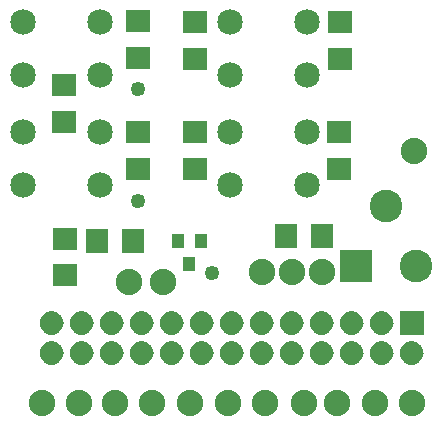
<source format=gbs>
G04 MADE WITH FRITZING*
G04 WWW.FRITZING.ORG*
G04 DOUBLE SIDED*
G04 HOLES PLATED*
G04 CONTOUR ON CENTER OF CONTOUR VECTOR*
%ASAXBY*%
%FSLAX23Y23*%
%MOIN*%
%OFA0B0*%
%SFA1.0B1.0*%
%ADD10C,0.085000*%
%ADD11C,0.049370*%
%ADD12C,0.088000*%
%ADD13C,0.109000*%
%ADD14R,0.084803X0.072992*%
%ADD15R,0.072992X0.084803*%
%ADD16R,0.041496X0.045433*%
%ADD17R,0.109000X0.109000*%
%ADD18R,0.080000X0.080000*%
%ADD19R,0.001000X0.001000*%
%LNMASK0*%
G90*
G70*
G54D10*
X315Y968D03*
X59Y968D03*
X315Y790D03*
X59Y790D03*
X315Y968D03*
X59Y968D03*
X315Y790D03*
X59Y790D03*
X315Y1334D03*
X59Y1334D03*
X315Y1157D03*
X59Y1157D03*
X315Y1334D03*
X59Y1334D03*
X315Y1157D03*
X59Y1157D03*
G54D11*
X441Y738D03*
X689Y499D03*
X440Y1110D03*
G54D12*
X866Y66D03*
X122Y66D03*
X740Y66D03*
X410Y468D03*
X524Y468D03*
X366Y66D03*
X244Y66D03*
X1362Y905D03*
X1354Y66D03*
X1106Y66D03*
X488Y66D03*
X1232Y66D03*
X996Y66D03*
X614Y66D03*
G54D13*
X1369Y523D03*
X1169Y523D03*
X1269Y723D03*
G54D10*
X1004Y968D03*
X748Y968D03*
X1004Y790D03*
X748Y790D03*
X1004Y968D03*
X748Y968D03*
X1004Y790D03*
X748Y790D03*
X1004Y1334D03*
X748Y1334D03*
X1004Y1157D03*
X748Y1157D03*
X1004Y1334D03*
X748Y1334D03*
X1004Y1157D03*
X748Y1157D03*
G54D12*
X1055Y503D03*
X955Y503D03*
X855Y503D03*
G54D14*
X193Y1125D03*
X193Y1003D03*
X441Y1338D03*
X441Y1216D03*
X630Y968D03*
X630Y846D03*
X1110Y846D03*
X1110Y968D03*
X1114Y1212D03*
X1114Y1334D03*
X630Y1334D03*
X630Y1212D03*
X441Y846D03*
X441Y968D03*
X197Y613D03*
X197Y491D03*
G54D15*
X425Y605D03*
X303Y605D03*
G54D16*
X575Y605D03*
X650Y605D03*
X612Y527D03*
G54D15*
X1055Y621D03*
X933Y621D03*
G54D17*
X1169Y523D03*
G54D18*
X1354Y330D03*
G54D19*
X151Y371D02*
X155Y371D01*
X251Y371D02*
X255Y371D01*
X351Y371D02*
X355Y371D01*
X451Y371D02*
X455Y371D01*
X551Y371D02*
X555Y371D01*
X651Y371D02*
X655Y371D01*
X751Y371D02*
X755Y371D01*
X851Y371D02*
X855Y371D01*
X951Y371D02*
X955Y371D01*
X1051Y371D02*
X1055Y371D01*
X1151Y371D02*
X1155Y371D01*
X1251Y371D02*
X1255Y371D01*
X1351Y371D02*
X1355Y371D01*
X145Y370D02*
X161Y370D01*
X245Y370D02*
X261Y370D01*
X345Y370D02*
X361Y370D01*
X445Y370D02*
X461Y370D01*
X545Y370D02*
X561Y370D01*
X645Y370D02*
X661Y370D01*
X745Y370D02*
X761Y370D01*
X845Y370D02*
X861Y370D01*
X945Y370D02*
X961Y370D01*
X1045Y370D02*
X1061Y370D01*
X1145Y370D02*
X1161Y370D01*
X1245Y370D02*
X1261Y370D01*
X1345Y370D02*
X1361Y370D01*
X142Y369D02*
X164Y369D01*
X242Y369D02*
X264Y369D01*
X342Y369D02*
X364Y369D01*
X442Y369D02*
X464Y369D01*
X542Y369D02*
X564Y369D01*
X642Y369D02*
X664Y369D01*
X742Y369D02*
X764Y369D01*
X842Y369D02*
X864Y369D01*
X942Y369D02*
X964Y369D01*
X1042Y369D02*
X1064Y369D01*
X1142Y369D02*
X1164Y369D01*
X1242Y369D02*
X1264Y369D01*
X1342Y369D02*
X1364Y369D01*
X140Y368D02*
X167Y368D01*
X240Y368D02*
X267Y368D01*
X340Y368D02*
X367Y368D01*
X440Y368D02*
X467Y368D01*
X540Y368D02*
X567Y368D01*
X640Y368D02*
X667Y368D01*
X740Y368D02*
X767Y368D01*
X840Y368D02*
X867Y368D01*
X940Y368D02*
X967Y368D01*
X1040Y368D02*
X1067Y368D01*
X1140Y368D02*
X1167Y368D01*
X1240Y368D02*
X1267Y368D01*
X1340Y368D02*
X1367Y368D01*
X138Y367D02*
X169Y367D01*
X238Y367D02*
X269Y367D01*
X338Y367D02*
X369Y367D01*
X438Y367D02*
X469Y367D01*
X538Y367D02*
X569Y367D01*
X637Y367D02*
X669Y367D01*
X737Y367D02*
X769Y367D01*
X837Y367D02*
X869Y367D01*
X937Y367D02*
X969Y367D01*
X1037Y367D02*
X1069Y367D01*
X1137Y367D02*
X1169Y367D01*
X1237Y367D02*
X1269Y367D01*
X1337Y367D02*
X1369Y367D01*
X136Y366D02*
X171Y366D01*
X236Y366D02*
X271Y366D01*
X336Y366D02*
X371Y366D01*
X436Y366D02*
X471Y366D01*
X536Y366D02*
X571Y366D01*
X636Y366D02*
X671Y366D01*
X736Y366D02*
X771Y366D01*
X836Y366D02*
X871Y366D01*
X936Y366D02*
X971Y366D01*
X1036Y366D02*
X1070Y366D01*
X1136Y366D02*
X1170Y366D01*
X1236Y366D02*
X1270Y366D01*
X1336Y366D02*
X1370Y366D01*
X134Y365D02*
X172Y365D01*
X234Y365D02*
X272Y365D01*
X334Y365D02*
X372Y365D01*
X434Y365D02*
X472Y365D01*
X534Y365D02*
X572Y365D01*
X634Y365D02*
X672Y365D01*
X734Y365D02*
X772Y365D01*
X834Y365D02*
X872Y365D01*
X934Y365D02*
X972Y365D01*
X1034Y365D02*
X1072Y365D01*
X1134Y365D02*
X1172Y365D01*
X1234Y365D02*
X1272Y365D01*
X1334Y365D02*
X1372Y365D01*
X133Y364D02*
X174Y364D01*
X233Y364D02*
X274Y364D01*
X333Y364D02*
X374Y364D01*
X433Y364D02*
X474Y364D01*
X533Y364D02*
X574Y364D01*
X633Y364D02*
X674Y364D01*
X733Y364D02*
X774Y364D01*
X832Y364D02*
X874Y364D01*
X932Y364D02*
X974Y364D01*
X1032Y364D02*
X1074Y364D01*
X1132Y364D02*
X1174Y364D01*
X1232Y364D02*
X1274Y364D01*
X1332Y364D02*
X1374Y364D01*
X131Y363D02*
X175Y363D01*
X231Y363D02*
X275Y363D01*
X331Y363D02*
X375Y363D01*
X431Y363D02*
X475Y363D01*
X531Y363D02*
X575Y363D01*
X631Y363D02*
X675Y363D01*
X731Y363D02*
X775Y363D01*
X831Y363D02*
X875Y363D01*
X931Y363D02*
X975Y363D01*
X1031Y363D02*
X1075Y363D01*
X1131Y363D02*
X1175Y363D01*
X1231Y363D02*
X1275Y363D01*
X1331Y363D02*
X1375Y363D01*
X130Y362D02*
X176Y362D01*
X230Y362D02*
X276Y362D01*
X330Y362D02*
X376Y362D01*
X430Y362D02*
X476Y362D01*
X530Y362D02*
X576Y362D01*
X630Y362D02*
X676Y362D01*
X730Y362D02*
X776Y362D01*
X830Y362D02*
X876Y362D01*
X930Y362D02*
X976Y362D01*
X1030Y362D02*
X1076Y362D01*
X1130Y362D02*
X1176Y362D01*
X1230Y362D02*
X1276Y362D01*
X1330Y362D02*
X1376Y362D01*
X129Y361D02*
X178Y361D01*
X229Y361D02*
X278Y361D01*
X329Y361D02*
X378Y361D01*
X429Y361D02*
X478Y361D01*
X529Y361D02*
X578Y361D01*
X629Y361D02*
X678Y361D01*
X729Y361D02*
X778Y361D01*
X829Y361D02*
X878Y361D01*
X929Y361D02*
X978Y361D01*
X1029Y361D02*
X1078Y361D01*
X1129Y361D02*
X1178Y361D01*
X1229Y361D02*
X1277Y361D01*
X1329Y361D02*
X1377Y361D01*
X128Y360D02*
X179Y360D01*
X228Y360D02*
X279Y360D01*
X328Y360D02*
X379Y360D01*
X428Y360D02*
X479Y360D01*
X528Y360D02*
X579Y360D01*
X628Y360D02*
X679Y360D01*
X728Y360D02*
X779Y360D01*
X827Y360D02*
X879Y360D01*
X927Y360D02*
X979Y360D01*
X1027Y360D02*
X1079Y360D01*
X1127Y360D02*
X1179Y360D01*
X1227Y360D02*
X1279Y360D01*
X1327Y360D02*
X1379Y360D01*
X127Y359D02*
X180Y359D01*
X227Y359D02*
X280Y359D01*
X326Y359D02*
X380Y359D01*
X426Y359D02*
X480Y359D01*
X526Y359D02*
X580Y359D01*
X626Y359D02*
X680Y359D01*
X726Y359D02*
X780Y359D01*
X826Y359D02*
X880Y359D01*
X926Y359D02*
X980Y359D01*
X1026Y359D02*
X1080Y359D01*
X1126Y359D02*
X1180Y359D01*
X1226Y359D02*
X1280Y359D01*
X1326Y359D02*
X1380Y359D01*
X126Y358D02*
X181Y358D01*
X226Y358D02*
X281Y358D01*
X325Y358D02*
X381Y358D01*
X425Y358D02*
X481Y358D01*
X525Y358D02*
X581Y358D01*
X625Y358D02*
X681Y358D01*
X725Y358D02*
X781Y358D01*
X825Y358D02*
X881Y358D01*
X925Y358D02*
X981Y358D01*
X1025Y358D02*
X1081Y358D01*
X1125Y358D02*
X1181Y358D01*
X1225Y358D02*
X1281Y358D01*
X1325Y358D02*
X1381Y358D01*
X125Y357D02*
X182Y357D01*
X225Y357D02*
X282Y357D01*
X325Y357D02*
X382Y357D01*
X425Y357D02*
X482Y357D01*
X525Y357D02*
X582Y357D01*
X625Y357D02*
X682Y357D01*
X725Y357D02*
X782Y357D01*
X825Y357D02*
X882Y357D01*
X925Y357D02*
X982Y357D01*
X1024Y357D02*
X1082Y357D01*
X1124Y357D02*
X1182Y357D01*
X1224Y357D02*
X1282Y357D01*
X1324Y357D02*
X1382Y357D01*
X124Y356D02*
X183Y356D01*
X224Y356D02*
X283Y356D01*
X324Y356D02*
X383Y356D01*
X424Y356D02*
X483Y356D01*
X524Y356D02*
X583Y356D01*
X624Y356D02*
X683Y356D01*
X724Y356D02*
X783Y356D01*
X824Y356D02*
X883Y356D01*
X924Y356D02*
X983Y356D01*
X1024Y356D02*
X1083Y356D01*
X1124Y356D02*
X1182Y356D01*
X1224Y356D02*
X1282Y356D01*
X1324Y356D02*
X1382Y356D01*
X123Y355D02*
X183Y355D01*
X223Y355D02*
X283Y355D01*
X323Y355D02*
X383Y355D01*
X423Y355D02*
X483Y355D01*
X523Y355D02*
X583Y355D01*
X623Y355D02*
X683Y355D01*
X723Y355D02*
X783Y355D01*
X823Y355D02*
X883Y355D01*
X923Y355D02*
X983Y355D01*
X1023Y355D02*
X1083Y355D01*
X1123Y355D02*
X1183Y355D01*
X1223Y355D02*
X1283Y355D01*
X1323Y355D02*
X1383Y355D01*
X122Y354D02*
X184Y354D01*
X222Y354D02*
X284Y354D01*
X322Y354D02*
X384Y354D01*
X422Y354D02*
X484Y354D01*
X522Y354D02*
X584Y354D01*
X622Y354D02*
X684Y354D01*
X722Y354D02*
X784Y354D01*
X822Y354D02*
X884Y354D01*
X922Y354D02*
X984Y354D01*
X1022Y354D02*
X1084Y354D01*
X1122Y354D02*
X1184Y354D01*
X1222Y354D02*
X1284Y354D01*
X1322Y354D02*
X1384Y354D01*
X121Y353D02*
X185Y353D01*
X221Y353D02*
X285Y353D01*
X321Y353D02*
X385Y353D01*
X421Y353D02*
X485Y353D01*
X521Y353D02*
X585Y353D01*
X621Y353D02*
X685Y353D01*
X721Y353D02*
X785Y353D01*
X821Y353D02*
X885Y353D01*
X921Y353D02*
X985Y353D01*
X1021Y353D02*
X1085Y353D01*
X1121Y353D02*
X1185Y353D01*
X1221Y353D02*
X1285Y353D01*
X1321Y353D02*
X1385Y353D01*
X121Y352D02*
X186Y352D01*
X221Y352D02*
X286Y352D01*
X321Y352D02*
X386Y352D01*
X421Y352D02*
X486Y352D01*
X521Y352D02*
X586Y352D01*
X621Y352D02*
X686Y352D01*
X721Y352D02*
X786Y352D01*
X821Y352D02*
X886Y352D01*
X921Y352D02*
X986Y352D01*
X1021Y352D02*
X1086Y352D01*
X1121Y352D02*
X1186Y352D01*
X1221Y352D02*
X1286Y352D01*
X1321Y352D02*
X1386Y352D01*
X120Y351D02*
X186Y351D01*
X220Y351D02*
X286Y351D01*
X320Y351D02*
X386Y351D01*
X420Y351D02*
X486Y351D01*
X520Y351D02*
X586Y351D01*
X620Y351D02*
X686Y351D01*
X720Y351D02*
X786Y351D01*
X820Y351D02*
X886Y351D01*
X920Y351D02*
X986Y351D01*
X1020Y351D02*
X1086Y351D01*
X1120Y351D02*
X1186Y351D01*
X1220Y351D02*
X1286Y351D01*
X1320Y351D02*
X1386Y351D01*
X119Y350D02*
X187Y350D01*
X219Y350D02*
X287Y350D01*
X319Y350D02*
X387Y350D01*
X419Y350D02*
X487Y350D01*
X519Y350D02*
X587Y350D01*
X619Y350D02*
X687Y350D01*
X719Y350D02*
X787Y350D01*
X819Y350D02*
X887Y350D01*
X919Y350D02*
X987Y350D01*
X1019Y350D02*
X1087Y350D01*
X1119Y350D02*
X1187Y350D01*
X1219Y350D02*
X1287Y350D01*
X1319Y350D02*
X1387Y350D01*
X119Y349D02*
X188Y349D01*
X219Y349D02*
X288Y349D01*
X319Y349D02*
X388Y349D01*
X419Y349D02*
X488Y349D01*
X519Y349D02*
X588Y349D01*
X619Y349D02*
X688Y349D01*
X719Y349D02*
X788Y349D01*
X819Y349D02*
X887Y349D01*
X919Y349D02*
X987Y349D01*
X1019Y349D02*
X1087Y349D01*
X1119Y349D02*
X1187Y349D01*
X1219Y349D02*
X1287Y349D01*
X1319Y349D02*
X1387Y349D01*
X118Y348D02*
X188Y348D01*
X218Y348D02*
X288Y348D01*
X318Y348D02*
X388Y348D01*
X418Y348D02*
X488Y348D01*
X518Y348D02*
X588Y348D01*
X618Y348D02*
X688Y348D01*
X718Y348D02*
X788Y348D01*
X818Y348D02*
X888Y348D01*
X918Y348D02*
X988Y348D01*
X1018Y348D02*
X1088Y348D01*
X1118Y348D02*
X1188Y348D01*
X1218Y348D02*
X1288Y348D01*
X1318Y348D02*
X1388Y348D01*
X118Y347D02*
X189Y347D01*
X218Y347D02*
X289Y347D01*
X318Y347D02*
X389Y347D01*
X418Y347D02*
X489Y347D01*
X518Y347D02*
X589Y347D01*
X618Y347D02*
X689Y347D01*
X718Y347D02*
X789Y347D01*
X818Y347D02*
X889Y347D01*
X918Y347D02*
X989Y347D01*
X1018Y347D02*
X1089Y347D01*
X1118Y347D02*
X1189Y347D01*
X1218Y347D02*
X1289Y347D01*
X1318Y347D02*
X1389Y347D01*
X117Y346D02*
X189Y346D01*
X217Y346D02*
X289Y346D01*
X317Y346D02*
X389Y346D01*
X417Y346D02*
X489Y346D01*
X517Y346D02*
X589Y346D01*
X617Y346D02*
X689Y346D01*
X717Y346D02*
X789Y346D01*
X817Y346D02*
X889Y346D01*
X917Y346D02*
X989Y346D01*
X1017Y346D02*
X1089Y346D01*
X1117Y346D02*
X1189Y346D01*
X1217Y346D02*
X1289Y346D01*
X1317Y346D02*
X1389Y346D01*
X117Y345D02*
X190Y345D01*
X217Y345D02*
X290Y345D01*
X317Y345D02*
X390Y345D01*
X417Y345D02*
X490Y345D01*
X517Y345D02*
X590Y345D01*
X617Y345D02*
X690Y345D01*
X717Y345D02*
X790Y345D01*
X817Y345D02*
X890Y345D01*
X917Y345D02*
X989Y345D01*
X1017Y345D02*
X1089Y345D01*
X1117Y345D02*
X1189Y345D01*
X1217Y345D02*
X1289Y345D01*
X1317Y345D02*
X1389Y345D01*
X116Y344D02*
X190Y344D01*
X216Y344D02*
X290Y344D01*
X316Y344D02*
X390Y344D01*
X416Y344D02*
X490Y344D01*
X516Y344D02*
X590Y344D01*
X616Y344D02*
X690Y344D01*
X716Y344D02*
X790Y344D01*
X816Y344D02*
X890Y344D01*
X916Y344D02*
X990Y344D01*
X1016Y344D02*
X1090Y344D01*
X1116Y344D02*
X1190Y344D01*
X1216Y344D02*
X1290Y344D01*
X1316Y344D02*
X1390Y344D01*
X116Y343D02*
X190Y343D01*
X216Y343D02*
X290Y343D01*
X316Y343D02*
X390Y343D01*
X416Y343D02*
X490Y343D01*
X516Y343D02*
X590Y343D01*
X616Y343D02*
X690Y343D01*
X716Y343D02*
X790Y343D01*
X816Y343D02*
X890Y343D01*
X916Y343D02*
X990Y343D01*
X1016Y343D02*
X1090Y343D01*
X1116Y343D02*
X1190Y343D01*
X1216Y343D02*
X1290Y343D01*
X1316Y343D02*
X1390Y343D01*
X116Y342D02*
X191Y342D01*
X216Y342D02*
X291Y342D01*
X316Y342D02*
X391Y342D01*
X416Y342D02*
X491Y342D01*
X515Y342D02*
X591Y342D01*
X615Y342D02*
X691Y342D01*
X715Y342D02*
X791Y342D01*
X815Y342D02*
X891Y342D01*
X915Y342D02*
X991Y342D01*
X1015Y342D02*
X1091Y342D01*
X1115Y342D02*
X1191Y342D01*
X1215Y342D02*
X1291Y342D01*
X1315Y342D02*
X1391Y342D01*
X115Y341D02*
X191Y341D01*
X215Y341D02*
X291Y341D01*
X315Y341D02*
X391Y341D01*
X415Y341D02*
X491Y341D01*
X515Y341D02*
X591Y341D01*
X615Y341D02*
X691Y341D01*
X715Y341D02*
X791Y341D01*
X815Y341D02*
X891Y341D01*
X915Y341D02*
X991Y341D01*
X1015Y341D02*
X1091Y341D01*
X1115Y341D02*
X1191Y341D01*
X1215Y341D02*
X1291Y341D01*
X1315Y341D02*
X1391Y341D01*
X115Y340D02*
X191Y340D01*
X215Y340D02*
X291Y340D01*
X315Y340D02*
X391Y340D01*
X415Y340D02*
X491Y340D01*
X515Y340D02*
X591Y340D01*
X615Y340D02*
X691Y340D01*
X715Y340D02*
X791Y340D01*
X815Y340D02*
X891Y340D01*
X915Y340D02*
X991Y340D01*
X1015Y340D02*
X1091Y340D01*
X1115Y340D02*
X1191Y340D01*
X1215Y340D02*
X1291Y340D01*
X1315Y340D02*
X1391Y340D01*
X115Y339D02*
X192Y339D01*
X215Y339D02*
X292Y339D01*
X315Y339D02*
X392Y339D01*
X415Y339D02*
X492Y339D01*
X515Y339D02*
X592Y339D01*
X615Y339D02*
X692Y339D01*
X715Y339D02*
X792Y339D01*
X815Y339D02*
X892Y339D01*
X915Y339D02*
X992Y339D01*
X1015Y339D02*
X1092Y339D01*
X1115Y339D02*
X1192Y339D01*
X1215Y339D02*
X1292Y339D01*
X1315Y339D02*
X1392Y339D01*
X114Y338D02*
X192Y338D01*
X214Y338D02*
X292Y338D01*
X314Y338D02*
X392Y338D01*
X414Y338D02*
X492Y338D01*
X514Y338D02*
X592Y338D01*
X614Y338D02*
X692Y338D01*
X714Y338D02*
X792Y338D01*
X814Y338D02*
X892Y338D01*
X914Y338D02*
X992Y338D01*
X1014Y338D02*
X1092Y338D01*
X1114Y338D02*
X1192Y338D01*
X1214Y338D02*
X1292Y338D01*
X1314Y338D02*
X1392Y338D01*
X114Y337D02*
X192Y337D01*
X214Y337D02*
X292Y337D01*
X314Y337D02*
X392Y337D01*
X414Y337D02*
X492Y337D01*
X514Y337D02*
X592Y337D01*
X614Y337D02*
X692Y337D01*
X714Y337D02*
X792Y337D01*
X814Y337D02*
X892Y337D01*
X914Y337D02*
X992Y337D01*
X1014Y337D02*
X1092Y337D01*
X1114Y337D02*
X1192Y337D01*
X1214Y337D02*
X1292Y337D01*
X1314Y337D02*
X1392Y337D01*
X114Y336D02*
X192Y336D01*
X214Y336D02*
X292Y336D01*
X314Y336D02*
X392Y336D01*
X414Y336D02*
X492Y336D01*
X514Y336D02*
X592Y336D01*
X614Y336D02*
X692Y336D01*
X714Y336D02*
X792Y336D01*
X814Y336D02*
X892Y336D01*
X914Y336D02*
X992Y336D01*
X1014Y336D02*
X1092Y336D01*
X1114Y336D02*
X1192Y336D01*
X1214Y336D02*
X1292Y336D01*
X1314Y336D02*
X1392Y336D01*
X114Y335D02*
X192Y335D01*
X214Y335D02*
X292Y335D01*
X314Y335D02*
X392Y335D01*
X414Y335D02*
X492Y335D01*
X514Y335D02*
X592Y335D01*
X614Y335D02*
X692Y335D01*
X714Y335D02*
X792Y335D01*
X814Y335D02*
X892Y335D01*
X914Y335D02*
X992Y335D01*
X1014Y335D02*
X1092Y335D01*
X1114Y335D02*
X1192Y335D01*
X1214Y335D02*
X1292Y335D01*
X1314Y335D02*
X1392Y335D01*
X114Y334D02*
X193Y334D01*
X214Y334D02*
X292Y334D01*
X314Y334D02*
X392Y334D01*
X414Y334D02*
X492Y334D01*
X514Y334D02*
X592Y334D01*
X614Y334D02*
X692Y334D01*
X714Y334D02*
X792Y334D01*
X814Y334D02*
X892Y334D01*
X914Y334D02*
X992Y334D01*
X1014Y334D02*
X1092Y334D01*
X1114Y334D02*
X1192Y334D01*
X1214Y334D02*
X1292Y334D01*
X1314Y334D02*
X1392Y334D01*
X114Y333D02*
X193Y333D01*
X214Y333D02*
X293Y333D01*
X314Y333D02*
X393Y333D01*
X414Y333D02*
X493Y333D01*
X514Y333D02*
X593Y333D01*
X614Y333D02*
X693Y333D01*
X714Y333D02*
X793Y333D01*
X814Y333D02*
X893Y333D01*
X914Y333D02*
X993Y333D01*
X1014Y333D02*
X1093Y333D01*
X1114Y333D02*
X1192Y333D01*
X1214Y333D02*
X1292Y333D01*
X1314Y333D02*
X1392Y333D01*
X114Y332D02*
X193Y332D01*
X214Y332D02*
X293Y332D01*
X314Y332D02*
X393Y332D01*
X414Y332D02*
X493Y332D01*
X514Y332D02*
X593Y332D01*
X614Y332D02*
X693Y332D01*
X714Y332D02*
X793Y332D01*
X814Y332D02*
X893Y332D01*
X914Y332D02*
X993Y332D01*
X1014Y332D02*
X1093Y332D01*
X1114Y332D02*
X1193Y332D01*
X1214Y332D02*
X1293Y332D01*
X1314Y332D02*
X1393Y332D01*
X114Y331D02*
X193Y331D01*
X214Y331D02*
X293Y331D01*
X314Y331D02*
X393Y331D01*
X414Y331D02*
X493Y331D01*
X514Y331D02*
X593Y331D01*
X614Y331D02*
X693Y331D01*
X714Y331D02*
X793Y331D01*
X814Y331D02*
X893Y331D01*
X914Y331D02*
X993Y331D01*
X1014Y331D02*
X1093Y331D01*
X1114Y331D02*
X1193Y331D01*
X1214Y331D02*
X1293Y331D01*
X1314Y331D02*
X1393Y331D01*
X114Y330D02*
X193Y330D01*
X214Y330D02*
X293Y330D01*
X314Y330D02*
X393Y330D01*
X414Y330D02*
X493Y330D01*
X514Y330D02*
X593Y330D01*
X614Y330D02*
X693Y330D01*
X714Y330D02*
X793Y330D01*
X814Y330D02*
X893Y330D01*
X914Y330D02*
X993Y330D01*
X1014Y330D02*
X1093Y330D01*
X1114Y330D02*
X1193Y330D01*
X1214Y330D02*
X1293Y330D01*
X1314Y330D02*
X1393Y330D01*
X114Y329D02*
X193Y329D01*
X214Y329D02*
X293Y329D01*
X314Y329D02*
X393Y329D01*
X414Y329D02*
X493Y329D01*
X514Y329D02*
X593Y329D01*
X614Y329D02*
X693Y329D01*
X714Y329D02*
X793Y329D01*
X814Y329D02*
X893Y329D01*
X914Y329D02*
X992Y329D01*
X1014Y329D02*
X1092Y329D01*
X1114Y329D02*
X1192Y329D01*
X1214Y329D02*
X1292Y329D01*
X1314Y329D02*
X1392Y329D01*
X114Y328D02*
X192Y328D01*
X214Y328D02*
X292Y328D01*
X314Y328D02*
X392Y328D01*
X414Y328D02*
X492Y328D01*
X514Y328D02*
X592Y328D01*
X614Y328D02*
X692Y328D01*
X714Y328D02*
X792Y328D01*
X814Y328D02*
X892Y328D01*
X914Y328D02*
X992Y328D01*
X1014Y328D02*
X1092Y328D01*
X1114Y328D02*
X1192Y328D01*
X1214Y328D02*
X1292Y328D01*
X1314Y328D02*
X1392Y328D01*
X114Y327D02*
X192Y327D01*
X214Y327D02*
X292Y327D01*
X314Y327D02*
X392Y327D01*
X414Y327D02*
X492Y327D01*
X514Y327D02*
X592Y327D01*
X614Y327D02*
X692Y327D01*
X714Y327D02*
X792Y327D01*
X814Y327D02*
X892Y327D01*
X914Y327D02*
X992Y327D01*
X1014Y327D02*
X1092Y327D01*
X1114Y327D02*
X1192Y327D01*
X1214Y327D02*
X1292Y327D01*
X1314Y327D02*
X1392Y327D01*
X114Y326D02*
X192Y326D01*
X214Y326D02*
X292Y326D01*
X314Y326D02*
X392Y326D01*
X414Y326D02*
X492Y326D01*
X514Y326D02*
X592Y326D01*
X614Y326D02*
X692Y326D01*
X714Y326D02*
X792Y326D01*
X814Y326D02*
X892Y326D01*
X914Y326D02*
X992Y326D01*
X1014Y326D02*
X1092Y326D01*
X1114Y326D02*
X1192Y326D01*
X1214Y326D02*
X1292Y326D01*
X1314Y326D02*
X1392Y326D01*
X114Y325D02*
X192Y325D01*
X214Y325D02*
X292Y325D01*
X314Y325D02*
X392Y325D01*
X414Y325D02*
X492Y325D01*
X514Y325D02*
X592Y325D01*
X614Y325D02*
X692Y325D01*
X714Y325D02*
X792Y325D01*
X814Y325D02*
X892Y325D01*
X914Y325D02*
X992Y325D01*
X1014Y325D02*
X1092Y325D01*
X1114Y325D02*
X1192Y325D01*
X1214Y325D02*
X1292Y325D01*
X1314Y325D02*
X1392Y325D01*
X114Y324D02*
X192Y324D01*
X214Y324D02*
X292Y324D01*
X314Y324D02*
X392Y324D01*
X414Y324D02*
X492Y324D01*
X514Y324D02*
X592Y324D01*
X614Y324D02*
X692Y324D01*
X714Y324D02*
X792Y324D01*
X814Y324D02*
X892Y324D01*
X914Y324D02*
X992Y324D01*
X1014Y324D02*
X1092Y324D01*
X1114Y324D02*
X1192Y324D01*
X1214Y324D02*
X1292Y324D01*
X1314Y324D02*
X1392Y324D01*
X115Y323D02*
X192Y323D01*
X215Y323D02*
X292Y323D01*
X315Y323D02*
X392Y323D01*
X415Y323D02*
X492Y323D01*
X515Y323D02*
X592Y323D01*
X615Y323D02*
X692Y323D01*
X715Y323D02*
X792Y323D01*
X815Y323D02*
X892Y323D01*
X915Y323D02*
X991Y323D01*
X1015Y323D02*
X1091Y323D01*
X1115Y323D02*
X1191Y323D01*
X1215Y323D02*
X1291Y323D01*
X1315Y323D02*
X1391Y323D01*
X115Y322D02*
X191Y322D01*
X215Y322D02*
X291Y322D01*
X315Y322D02*
X391Y322D01*
X415Y322D02*
X491Y322D01*
X515Y322D02*
X591Y322D01*
X615Y322D02*
X691Y322D01*
X715Y322D02*
X791Y322D01*
X815Y322D02*
X891Y322D01*
X915Y322D02*
X991Y322D01*
X1015Y322D02*
X1091Y322D01*
X1115Y322D02*
X1191Y322D01*
X1215Y322D02*
X1291Y322D01*
X1315Y322D02*
X1391Y322D01*
X115Y321D02*
X191Y321D01*
X215Y321D02*
X291Y321D01*
X315Y321D02*
X391Y321D01*
X415Y321D02*
X491Y321D01*
X515Y321D02*
X591Y321D01*
X615Y321D02*
X691Y321D01*
X715Y321D02*
X791Y321D01*
X815Y321D02*
X891Y321D01*
X915Y321D02*
X991Y321D01*
X1015Y321D02*
X1091Y321D01*
X1115Y321D02*
X1191Y321D01*
X1215Y321D02*
X1291Y321D01*
X1315Y321D02*
X1391Y321D01*
X116Y320D02*
X191Y320D01*
X216Y320D02*
X291Y320D01*
X316Y320D02*
X391Y320D01*
X416Y320D02*
X491Y320D01*
X516Y320D02*
X591Y320D01*
X616Y320D02*
X691Y320D01*
X716Y320D02*
X791Y320D01*
X816Y320D02*
X891Y320D01*
X916Y320D02*
X991Y320D01*
X1016Y320D02*
X1091Y320D01*
X1116Y320D02*
X1191Y320D01*
X1216Y320D02*
X1291Y320D01*
X1316Y320D02*
X1391Y320D01*
X116Y319D02*
X190Y319D01*
X216Y319D02*
X290Y319D01*
X316Y319D02*
X390Y319D01*
X416Y319D02*
X490Y319D01*
X516Y319D02*
X590Y319D01*
X616Y319D02*
X690Y319D01*
X716Y319D02*
X790Y319D01*
X816Y319D02*
X890Y319D01*
X916Y319D02*
X990Y319D01*
X1016Y319D02*
X1090Y319D01*
X1116Y319D02*
X1190Y319D01*
X1216Y319D02*
X1290Y319D01*
X1316Y319D02*
X1390Y319D01*
X116Y318D02*
X190Y318D01*
X216Y318D02*
X290Y318D01*
X316Y318D02*
X390Y318D01*
X416Y318D02*
X490Y318D01*
X516Y318D02*
X590Y318D01*
X616Y318D02*
X690Y318D01*
X716Y318D02*
X790Y318D01*
X816Y318D02*
X890Y318D01*
X916Y318D02*
X990Y318D01*
X1016Y318D02*
X1090Y318D01*
X1116Y318D02*
X1190Y318D01*
X1216Y318D02*
X1290Y318D01*
X1316Y318D02*
X1390Y318D01*
X117Y317D02*
X189Y317D01*
X217Y317D02*
X289Y317D01*
X317Y317D02*
X389Y317D01*
X417Y317D02*
X489Y317D01*
X517Y317D02*
X589Y317D01*
X617Y317D02*
X689Y317D01*
X717Y317D02*
X789Y317D01*
X817Y317D02*
X889Y317D01*
X917Y317D02*
X989Y317D01*
X1017Y317D02*
X1089Y317D01*
X1117Y317D02*
X1189Y317D01*
X1217Y317D02*
X1289Y317D01*
X1317Y317D02*
X1389Y317D01*
X117Y316D02*
X189Y316D01*
X217Y316D02*
X289Y316D01*
X317Y316D02*
X389Y316D01*
X417Y316D02*
X489Y316D01*
X517Y316D02*
X589Y316D01*
X617Y316D02*
X689Y316D01*
X717Y316D02*
X789Y316D01*
X817Y316D02*
X889Y316D01*
X917Y316D02*
X989Y316D01*
X1017Y316D02*
X1089Y316D01*
X1117Y316D02*
X1189Y316D01*
X1217Y316D02*
X1289Y316D01*
X1317Y316D02*
X1389Y316D01*
X118Y315D02*
X188Y315D01*
X218Y315D02*
X288Y315D01*
X318Y315D02*
X388Y315D01*
X418Y315D02*
X488Y315D01*
X518Y315D02*
X588Y315D01*
X618Y315D02*
X688Y315D01*
X718Y315D02*
X788Y315D01*
X818Y315D02*
X888Y315D01*
X918Y315D02*
X988Y315D01*
X1018Y315D02*
X1088Y315D01*
X1118Y315D02*
X1188Y315D01*
X1218Y315D02*
X1288Y315D01*
X1318Y315D02*
X1388Y315D01*
X118Y314D02*
X188Y314D01*
X218Y314D02*
X288Y314D01*
X318Y314D02*
X388Y314D01*
X418Y314D02*
X488Y314D01*
X518Y314D02*
X588Y314D01*
X618Y314D02*
X688Y314D01*
X718Y314D02*
X788Y314D01*
X818Y314D02*
X888Y314D01*
X918Y314D02*
X988Y314D01*
X1018Y314D02*
X1088Y314D01*
X1118Y314D02*
X1188Y314D01*
X1218Y314D02*
X1288Y314D01*
X1318Y314D02*
X1388Y314D01*
X119Y313D02*
X187Y313D01*
X219Y313D02*
X287Y313D01*
X319Y313D02*
X387Y313D01*
X419Y313D02*
X487Y313D01*
X519Y313D02*
X587Y313D01*
X619Y313D02*
X687Y313D01*
X719Y313D02*
X787Y313D01*
X819Y313D02*
X887Y313D01*
X919Y313D02*
X987Y313D01*
X1019Y313D02*
X1087Y313D01*
X1119Y313D02*
X1187Y313D01*
X1219Y313D02*
X1287Y313D01*
X1319Y313D02*
X1387Y313D01*
X119Y312D02*
X187Y312D01*
X219Y312D02*
X287Y312D01*
X319Y312D02*
X387Y312D01*
X419Y312D02*
X487Y312D01*
X519Y312D02*
X587Y312D01*
X619Y312D02*
X687Y312D01*
X719Y312D02*
X787Y312D01*
X819Y312D02*
X887Y312D01*
X919Y312D02*
X987Y312D01*
X1019Y312D02*
X1087Y312D01*
X1119Y312D02*
X1187Y312D01*
X1219Y312D02*
X1287Y312D01*
X1319Y312D02*
X1387Y312D01*
X120Y311D02*
X186Y311D01*
X220Y311D02*
X286Y311D01*
X320Y311D02*
X386Y311D01*
X420Y311D02*
X486Y311D01*
X520Y311D02*
X586Y311D01*
X620Y311D02*
X686Y311D01*
X720Y311D02*
X786Y311D01*
X820Y311D02*
X886Y311D01*
X920Y311D02*
X986Y311D01*
X1020Y311D02*
X1086Y311D01*
X1120Y311D02*
X1186Y311D01*
X1220Y311D02*
X1286Y311D01*
X1320Y311D02*
X1386Y311D01*
X121Y310D02*
X185Y310D01*
X221Y310D02*
X285Y310D01*
X321Y310D02*
X385Y310D01*
X421Y310D02*
X485Y310D01*
X521Y310D02*
X585Y310D01*
X621Y310D02*
X685Y310D01*
X721Y310D02*
X785Y310D01*
X821Y310D02*
X885Y310D01*
X921Y310D02*
X985Y310D01*
X1021Y310D02*
X1085Y310D01*
X1121Y310D02*
X1185Y310D01*
X1221Y310D02*
X1285Y310D01*
X1321Y310D02*
X1385Y310D01*
X122Y309D02*
X185Y309D01*
X222Y309D02*
X285Y309D01*
X321Y309D02*
X385Y309D01*
X421Y309D02*
X485Y309D01*
X521Y309D02*
X585Y309D01*
X621Y309D02*
X685Y309D01*
X721Y309D02*
X785Y309D01*
X821Y309D02*
X885Y309D01*
X921Y309D02*
X985Y309D01*
X1021Y309D02*
X1085Y309D01*
X1121Y309D02*
X1185Y309D01*
X1221Y309D02*
X1285Y309D01*
X1321Y309D02*
X1385Y309D01*
X122Y308D02*
X184Y308D01*
X222Y308D02*
X284Y308D01*
X322Y308D02*
X384Y308D01*
X422Y308D02*
X484Y308D01*
X522Y308D02*
X584Y308D01*
X622Y308D02*
X684Y308D01*
X722Y308D02*
X784Y308D01*
X822Y308D02*
X884Y308D01*
X922Y308D02*
X984Y308D01*
X1022Y308D02*
X1084Y308D01*
X1122Y308D02*
X1184Y308D01*
X1222Y308D02*
X1284Y308D01*
X1322Y308D02*
X1384Y308D01*
X123Y307D02*
X183Y307D01*
X223Y307D02*
X283Y307D01*
X323Y307D02*
X383Y307D01*
X423Y307D02*
X483Y307D01*
X523Y307D02*
X583Y307D01*
X623Y307D02*
X683Y307D01*
X723Y307D02*
X783Y307D01*
X823Y307D02*
X883Y307D01*
X923Y307D02*
X983Y307D01*
X1023Y307D02*
X1083Y307D01*
X1123Y307D02*
X1183Y307D01*
X1223Y307D02*
X1283Y307D01*
X1323Y307D02*
X1383Y307D01*
X124Y306D02*
X182Y306D01*
X224Y306D02*
X282Y306D01*
X324Y306D02*
X382Y306D01*
X424Y306D02*
X482Y306D01*
X524Y306D02*
X582Y306D01*
X624Y306D02*
X682Y306D01*
X724Y306D02*
X782Y306D01*
X824Y306D02*
X882Y306D01*
X924Y306D02*
X982Y306D01*
X1024Y306D02*
X1082Y306D01*
X1124Y306D02*
X1182Y306D01*
X1224Y306D02*
X1282Y306D01*
X1324Y306D02*
X1382Y306D01*
X125Y305D02*
X181Y305D01*
X225Y305D02*
X281Y305D01*
X325Y305D02*
X381Y305D01*
X425Y305D02*
X481Y305D01*
X525Y305D02*
X581Y305D01*
X625Y305D02*
X681Y305D01*
X725Y305D02*
X781Y305D01*
X825Y305D02*
X881Y305D01*
X925Y305D02*
X981Y305D01*
X1025Y305D02*
X1081Y305D01*
X1125Y305D02*
X1181Y305D01*
X1225Y305D02*
X1281Y305D01*
X1325Y305D02*
X1381Y305D01*
X126Y304D02*
X180Y304D01*
X226Y304D02*
X280Y304D01*
X326Y304D02*
X380Y304D01*
X426Y304D02*
X480Y304D01*
X526Y304D02*
X580Y304D01*
X626Y304D02*
X680Y304D01*
X726Y304D02*
X780Y304D01*
X826Y304D02*
X880Y304D01*
X926Y304D02*
X980Y304D01*
X1026Y304D02*
X1080Y304D01*
X1126Y304D02*
X1180Y304D01*
X1226Y304D02*
X1280Y304D01*
X1326Y304D02*
X1380Y304D01*
X127Y303D02*
X179Y303D01*
X227Y303D02*
X279Y303D01*
X327Y303D02*
X379Y303D01*
X427Y303D02*
X479Y303D01*
X527Y303D02*
X579Y303D01*
X627Y303D02*
X679Y303D01*
X727Y303D02*
X779Y303D01*
X827Y303D02*
X879Y303D01*
X927Y303D02*
X979Y303D01*
X1027Y303D02*
X1079Y303D01*
X1127Y303D02*
X1179Y303D01*
X1227Y303D02*
X1279Y303D01*
X1327Y303D02*
X1379Y303D01*
X128Y302D02*
X178Y302D01*
X228Y302D02*
X278Y302D01*
X328Y302D02*
X378Y302D01*
X428Y302D02*
X478Y302D01*
X528Y302D02*
X578Y302D01*
X628Y302D02*
X678Y302D01*
X728Y302D02*
X778Y302D01*
X828Y302D02*
X878Y302D01*
X928Y302D02*
X978Y302D01*
X1028Y302D02*
X1078Y302D01*
X1128Y302D02*
X1178Y302D01*
X1228Y302D02*
X1278Y302D01*
X1328Y302D02*
X1378Y302D01*
X129Y301D02*
X177Y301D01*
X229Y301D02*
X277Y301D01*
X329Y301D02*
X377Y301D01*
X429Y301D02*
X477Y301D01*
X529Y301D02*
X577Y301D01*
X629Y301D02*
X677Y301D01*
X729Y301D02*
X777Y301D01*
X829Y301D02*
X877Y301D01*
X929Y301D02*
X977Y301D01*
X1029Y301D02*
X1077Y301D01*
X1129Y301D02*
X1177Y301D01*
X1229Y301D02*
X1277Y301D01*
X1329Y301D02*
X1377Y301D01*
X130Y300D02*
X176Y300D01*
X230Y300D02*
X276Y300D01*
X330Y300D02*
X376Y300D01*
X430Y300D02*
X476Y300D01*
X530Y300D02*
X576Y300D01*
X630Y300D02*
X676Y300D01*
X730Y300D02*
X776Y300D01*
X830Y300D02*
X876Y300D01*
X930Y300D02*
X976Y300D01*
X1030Y300D02*
X1076Y300D01*
X1130Y300D02*
X1176Y300D01*
X1230Y300D02*
X1276Y300D01*
X1330Y300D02*
X1376Y300D01*
X132Y299D02*
X175Y299D01*
X232Y299D02*
X275Y299D01*
X332Y299D02*
X375Y299D01*
X432Y299D02*
X475Y299D01*
X532Y299D02*
X575Y299D01*
X632Y299D02*
X675Y299D01*
X732Y299D02*
X775Y299D01*
X831Y299D02*
X875Y299D01*
X931Y299D02*
X975Y299D01*
X1031Y299D02*
X1075Y299D01*
X1131Y299D02*
X1175Y299D01*
X1231Y299D02*
X1275Y299D01*
X1331Y299D02*
X1375Y299D01*
X133Y298D02*
X173Y298D01*
X233Y298D02*
X273Y298D01*
X333Y298D02*
X373Y298D01*
X433Y298D02*
X473Y298D01*
X533Y298D02*
X573Y298D01*
X633Y298D02*
X673Y298D01*
X733Y298D02*
X773Y298D01*
X833Y298D02*
X873Y298D01*
X933Y298D02*
X973Y298D01*
X1033Y298D02*
X1073Y298D01*
X1133Y298D02*
X1173Y298D01*
X1233Y298D02*
X1273Y298D01*
X1333Y298D02*
X1373Y298D01*
X135Y297D02*
X172Y297D01*
X235Y297D02*
X272Y297D01*
X334Y297D02*
X372Y297D01*
X434Y297D02*
X472Y297D01*
X534Y297D02*
X572Y297D01*
X634Y297D02*
X672Y297D01*
X734Y297D02*
X772Y297D01*
X834Y297D02*
X872Y297D01*
X934Y297D02*
X972Y297D01*
X1034Y297D02*
X1072Y297D01*
X1134Y297D02*
X1172Y297D01*
X1234Y297D02*
X1272Y297D01*
X1334Y297D02*
X1372Y297D01*
X136Y296D02*
X170Y296D01*
X236Y296D02*
X270Y296D01*
X336Y296D02*
X370Y296D01*
X436Y296D02*
X470Y296D01*
X536Y296D02*
X570Y296D01*
X636Y296D02*
X670Y296D01*
X736Y296D02*
X770Y296D01*
X836Y296D02*
X870Y296D01*
X936Y296D02*
X970Y296D01*
X1036Y296D02*
X1070Y296D01*
X1136Y296D02*
X1170Y296D01*
X1236Y296D02*
X1270Y296D01*
X1336Y296D02*
X1370Y296D01*
X138Y295D02*
X168Y295D01*
X238Y295D02*
X268Y295D01*
X338Y295D02*
X368Y295D01*
X438Y295D02*
X468Y295D01*
X538Y295D02*
X568Y295D01*
X638Y295D02*
X668Y295D01*
X738Y295D02*
X768Y295D01*
X838Y295D02*
X868Y295D01*
X938Y295D02*
X968Y295D01*
X1038Y295D02*
X1068Y295D01*
X1138Y295D02*
X1168Y295D01*
X1238Y295D02*
X1268Y295D01*
X1338Y295D02*
X1368Y295D01*
X140Y294D02*
X166Y294D01*
X240Y294D02*
X266Y294D01*
X340Y294D02*
X366Y294D01*
X440Y294D02*
X466Y294D01*
X540Y294D02*
X566Y294D01*
X640Y294D02*
X666Y294D01*
X740Y294D02*
X766Y294D01*
X840Y294D02*
X866Y294D01*
X940Y294D02*
X966Y294D01*
X1040Y294D02*
X1066Y294D01*
X1140Y294D02*
X1166Y294D01*
X1240Y294D02*
X1266Y294D01*
X1340Y294D02*
X1366Y294D01*
X143Y293D02*
X163Y293D01*
X243Y293D02*
X263Y293D01*
X343Y293D02*
X363Y293D01*
X443Y293D02*
X463Y293D01*
X543Y293D02*
X563Y293D01*
X643Y293D02*
X663Y293D01*
X743Y293D02*
X763Y293D01*
X843Y293D02*
X863Y293D01*
X943Y293D02*
X963Y293D01*
X1043Y293D02*
X1063Y293D01*
X1143Y293D02*
X1163Y293D01*
X1243Y293D02*
X1263Y293D01*
X1343Y293D02*
X1363Y293D01*
X146Y292D02*
X160Y292D01*
X246Y292D02*
X260Y292D01*
X346Y292D02*
X360Y292D01*
X446Y292D02*
X460Y292D01*
X546Y292D02*
X560Y292D01*
X646Y292D02*
X660Y292D01*
X746Y292D02*
X760Y292D01*
X846Y292D02*
X860Y292D01*
X946Y292D02*
X960Y292D01*
X1046Y292D02*
X1060Y292D01*
X1146Y292D02*
X1160Y292D01*
X1246Y292D02*
X1260Y292D01*
X1346Y292D02*
X1360Y292D01*
X150Y271D02*
X156Y271D01*
X250Y271D02*
X256Y271D01*
X350Y271D02*
X356Y271D01*
X450Y271D02*
X456Y271D01*
X550Y271D02*
X556Y271D01*
X650Y271D02*
X656Y271D01*
X750Y271D02*
X756Y271D01*
X850Y271D02*
X856Y271D01*
X950Y271D02*
X956Y271D01*
X1050Y271D02*
X1056Y271D01*
X1150Y271D02*
X1156Y271D01*
X1250Y271D02*
X1256Y271D01*
X1350Y271D02*
X1356Y271D01*
X145Y270D02*
X161Y270D01*
X245Y270D02*
X261Y270D01*
X345Y270D02*
X361Y270D01*
X445Y270D02*
X461Y270D01*
X545Y270D02*
X561Y270D01*
X645Y270D02*
X661Y270D01*
X745Y270D02*
X761Y270D01*
X845Y270D02*
X861Y270D01*
X945Y270D02*
X961Y270D01*
X1045Y270D02*
X1061Y270D01*
X1145Y270D02*
X1161Y270D01*
X1245Y270D02*
X1261Y270D01*
X1345Y270D02*
X1361Y270D01*
X142Y269D02*
X164Y269D01*
X242Y269D02*
X264Y269D01*
X342Y269D02*
X364Y269D01*
X442Y269D02*
X464Y269D01*
X542Y269D02*
X564Y269D01*
X642Y269D02*
X664Y269D01*
X742Y269D02*
X764Y269D01*
X842Y269D02*
X864Y269D01*
X942Y269D02*
X964Y269D01*
X1042Y269D02*
X1064Y269D01*
X1142Y269D02*
X1164Y269D01*
X1242Y269D02*
X1264Y269D01*
X1342Y269D02*
X1364Y269D01*
X140Y268D02*
X167Y268D01*
X240Y268D02*
X267Y268D01*
X340Y268D02*
X367Y268D01*
X440Y268D02*
X467Y268D01*
X540Y268D02*
X567Y268D01*
X639Y268D02*
X667Y268D01*
X739Y268D02*
X767Y268D01*
X839Y268D02*
X867Y268D01*
X939Y268D02*
X967Y268D01*
X1039Y268D02*
X1067Y268D01*
X1139Y268D02*
X1167Y268D01*
X1239Y268D02*
X1267Y268D01*
X1339Y268D02*
X1367Y268D01*
X137Y267D02*
X169Y267D01*
X237Y267D02*
X269Y267D01*
X337Y267D02*
X369Y267D01*
X437Y267D02*
X469Y267D01*
X537Y267D02*
X569Y267D01*
X637Y267D02*
X669Y267D01*
X737Y267D02*
X769Y267D01*
X837Y267D02*
X869Y267D01*
X937Y267D02*
X969Y267D01*
X1037Y267D02*
X1069Y267D01*
X1137Y267D02*
X1169Y267D01*
X1237Y267D02*
X1269Y267D01*
X1337Y267D02*
X1369Y267D01*
X136Y266D02*
X171Y266D01*
X236Y266D02*
X271Y266D01*
X336Y266D02*
X371Y266D01*
X436Y266D02*
X471Y266D01*
X536Y266D02*
X571Y266D01*
X636Y266D02*
X671Y266D01*
X736Y266D02*
X771Y266D01*
X836Y266D02*
X871Y266D01*
X936Y266D02*
X971Y266D01*
X1036Y266D02*
X1071Y266D01*
X1136Y266D02*
X1171Y266D01*
X1236Y266D02*
X1271Y266D01*
X1336Y266D02*
X1371Y266D01*
X134Y265D02*
X172Y265D01*
X234Y265D02*
X272Y265D01*
X334Y265D02*
X372Y265D01*
X434Y265D02*
X472Y265D01*
X534Y265D02*
X572Y265D01*
X634Y265D02*
X672Y265D01*
X734Y265D02*
X772Y265D01*
X834Y265D02*
X872Y265D01*
X934Y265D02*
X972Y265D01*
X1034Y265D02*
X1072Y265D01*
X1134Y265D02*
X1172Y265D01*
X1234Y265D02*
X1272Y265D01*
X1334Y265D02*
X1372Y265D01*
X132Y264D02*
X174Y264D01*
X232Y264D02*
X274Y264D01*
X332Y264D02*
X374Y264D01*
X432Y264D02*
X474Y264D01*
X532Y264D02*
X574Y264D01*
X632Y264D02*
X674Y264D01*
X732Y264D02*
X774Y264D01*
X832Y264D02*
X874Y264D01*
X932Y264D02*
X974Y264D01*
X1032Y264D02*
X1074Y264D01*
X1132Y264D02*
X1174Y264D01*
X1232Y264D02*
X1274Y264D01*
X1332Y264D02*
X1374Y264D01*
X131Y263D02*
X175Y263D01*
X231Y263D02*
X275Y263D01*
X331Y263D02*
X375Y263D01*
X431Y263D02*
X475Y263D01*
X531Y263D02*
X575Y263D01*
X631Y263D02*
X675Y263D01*
X731Y263D02*
X775Y263D01*
X831Y263D02*
X875Y263D01*
X931Y263D02*
X975Y263D01*
X1031Y263D02*
X1075Y263D01*
X1131Y263D02*
X1175Y263D01*
X1231Y263D02*
X1275Y263D01*
X1331Y263D02*
X1375Y263D01*
X130Y262D02*
X176Y262D01*
X230Y262D02*
X276Y262D01*
X330Y262D02*
X376Y262D01*
X430Y262D02*
X476Y262D01*
X530Y262D02*
X576Y262D01*
X630Y262D02*
X676Y262D01*
X730Y262D02*
X776Y262D01*
X830Y262D02*
X876Y262D01*
X930Y262D02*
X976Y262D01*
X1030Y262D02*
X1076Y262D01*
X1130Y262D02*
X1176Y262D01*
X1230Y262D02*
X1276Y262D01*
X1330Y262D02*
X1376Y262D01*
X129Y261D02*
X178Y261D01*
X229Y261D02*
X278Y261D01*
X329Y261D02*
X378Y261D01*
X429Y261D02*
X478Y261D01*
X529Y261D02*
X578Y261D01*
X629Y261D02*
X678Y261D01*
X729Y261D02*
X778Y261D01*
X829Y261D02*
X878Y261D01*
X929Y261D02*
X978Y261D01*
X1029Y261D02*
X1078Y261D01*
X1129Y261D02*
X1178Y261D01*
X1229Y261D02*
X1278Y261D01*
X1329Y261D02*
X1378Y261D01*
X128Y260D02*
X179Y260D01*
X228Y260D02*
X279Y260D01*
X327Y260D02*
X379Y260D01*
X427Y260D02*
X479Y260D01*
X527Y260D02*
X579Y260D01*
X627Y260D02*
X679Y260D01*
X727Y260D02*
X779Y260D01*
X827Y260D02*
X879Y260D01*
X927Y260D02*
X979Y260D01*
X1027Y260D02*
X1079Y260D01*
X1127Y260D02*
X1179Y260D01*
X1227Y260D02*
X1279Y260D01*
X1327Y260D02*
X1379Y260D01*
X126Y259D02*
X180Y259D01*
X226Y259D02*
X280Y259D01*
X326Y259D02*
X380Y259D01*
X426Y259D02*
X480Y259D01*
X526Y259D02*
X580Y259D01*
X626Y259D02*
X680Y259D01*
X726Y259D02*
X780Y259D01*
X826Y259D02*
X880Y259D01*
X926Y259D02*
X980Y259D01*
X1026Y259D02*
X1080Y259D01*
X1126Y259D02*
X1180Y259D01*
X1226Y259D02*
X1280Y259D01*
X1326Y259D02*
X1380Y259D01*
X125Y258D02*
X181Y258D01*
X225Y258D02*
X281Y258D01*
X325Y258D02*
X381Y258D01*
X425Y258D02*
X481Y258D01*
X525Y258D02*
X581Y258D01*
X625Y258D02*
X681Y258D01*
X725Y258D02*
X781Y258D01*
X825Y258D02*
X881Y258D01*
X925Y258D02*
X981Y258D01*
X1025Y258D02*
X1081Y258D01*
X1125Y258D02*
X1181Y258D01*
X1225Y258D02*
X1281Y258D01*
X1325Y258D02*
X1381Y258D01*
X125Y257D02*
X182Y257D01*
X225Y257D02*
X282Y257D01*
X325Y257D02*
X382Y257D01*
X425Y257D02*
X482Y257D01*
X524Y257D02*
X582Y257D01*
X624Y257D02*
X682Y257D01*
X724Y257D02*
X782Y257D01*
X824Y257D02*
X882Y257D01*
X924Y257D02*
X982Y257D01*
X1024Y257D02*
X1082Y257D01*
X1124Y257D02*
X1182Y257D01*
X1224Y257D02*
X1282Y257D01*
X1324Y257D02*
X1382Y257D01*
X124Y256D02*
X183Y256D01*
X224Y256D02*
X283Y256D01*
X324Y256D02*
X383Y256D01*
X424Y256D02*
X483Y256D01*
X524Y256D02*
X583Y256D01*
X624Y256D02*
X683Y256D01*
X724Y256D02*
X783Y256D01*
X824Y256D02*
X883Y256D01*
X924Y256D02*
X983Y256D01*
X1024Y256D02*
X1083Y256D01*
X1124Y256D02*
X1183Y256D01*
X1224Y256D02*
X1283Y256D01*
X1324Y256D02*
X1383Y256D01*
X123Y255D02*
X183Y255D01*
X223Y255D02*
X283Y255D01*
X323Y255D02*
X383Y255D01*
X423Y255D02*
X483Y255D01*
X523Y255D02*
X583Y255D01*
X623Y255D02*
X683Y255D01*
X723Y255D02*
X783Y255D01*
X823Y255D02*
X883Y255D01*
X923Y255D02*
X983Y255D01*
X1023Y255D02*
X1083Y255D01*
X1123Y255D02*
X1183Y255D01*
X1223Y255D02*
X1283Y255D01*
X1323Y255D02*
X1383Y255D01*
X122Y254D02*
X184Y254D01*
X222Y254D02*
X284Y254D01*
X322Y254D02*
X384Y254D01*
X422Y254D02*
X484Y254D01*
X522Y254D02*
X584Y254D01*
X622Y254D02*
X684Y254D01*
X722Y254D02*
X784Y254D01*
X822Y254D02*
X884Y254D01*
X922Y254D02*
X984Y254D01*
X1022Y254D02*
X1084Y254D01*
X1122Y254D02*
X1184Y254D01*
X1222Y254D02*
X1284Y254D01*
X1322Y254D02*
X1384Y254D01*
X121Y253D02*
X185Y253D01*
X221Y253D02*
X285Y253D01*
X321Y253D02*
X385Y253D01*
X421Y253D02*
X485Y253D01*
X521Y253D02*
X585Y253D01*
X621Y253D02*
X685Y253D01*
X721Y253D02*
X785Y253D01*
X821Y253D02*
X885Y253D01*
X921Y253D02*
X985Y253D01*
X1021Y253D02*
X1085Y253D01*
X1121Y253D02*
X1185Y253D01*
X1221Y253D02*
X1285Y253D01*
X1321Y253D02*
X1385Y253D01*
X121Y252D02*
X186Y252D01*
X221Y252D02*
X286Y252D01*
X321Y252D02*
X386Y252D01*
X421Y252D02*
X486Y252D01*
X521Y252D02*
X586Y252D01*
X621Y252D02*
X686Y252D01*
X721Y252D02*
X786Y252D01*
X821Y252D02*
X886Y252D01*
X921Y252D02*
X986Y252D01*
X1020Y252D02*
X1086Y252D01*
X1120Y252D02*
X1186Y252D01*
X1220Y252D02*
X1286Y252D01*
X1320Y252D02*
X1386Y252D01*
X120Y251D02*
X186Y251D01*
X220Y251D02*
X286Y251D01*
X320Y251D02*
X386Y251D01*
X420Y251D02*
X486Y251D01*
X520Y251D02*
X586Y251D01*
X620Y251D02*
X686Y251D01*
X720Y251D02*
X786Y251D01*
X820Y251D02*
X886Y251D01*
X920Y251D02*
X986Y251D01*
X1020Y251D02*
X1086Y251D01*
X1120Y251D02*
X1186Y251D01*
X1220Y251D02*
X1286Y251D01*
X1320Y251D02*
X1386Y251D01*
X119Y250D02*
X187Y250D01*
X219Y250D02*
X287Y250D01*
X319Y250D02*
X387Y250D01*
X419Y250D02*
X487Y250D01*
X519Y250D02*
X587Y250D01*
X619Y250D02*
X687Y250D01*
X719Y250D02*
X787Y250D01*
X819Y250D02*
X887Y250D01*
X919Y250D02*
X987Y250D01*
X1019Y250D02*
X1087Y250D01*
X1119Y250D02*
X1187Y250D01*
X1219Y250D02*
X1287Y250D01*
X1319Y250D02*
X1387Y250D01*
X119Y249D02*
X188Y249D01*
X219Y249D02*
X288Y249D01*
X319Y249D02*
X388Y249D01*
X419Y249D02*
X488Y249D01*
X519Y249D02*
X588Y249D01*
X619Y249D02*
X688Y249D01*
X719Y249D02*
X788Y249D01*
X819Y249D02*
X888Y249D01*
X919Y249D02*
X987Y249D01*
X1019Y249D02*
X1087Y249D01*
X1119Y249D02*
X1187Y249D01*
X1219Y249D02*
X1287Y249D01*
X1319Y249D02*
X1387Y249D01*
X118Y248D02*
X188Y248D01*
X218Y248D02*
X288Y248D01*
X318Y248D02*
X388Y248D01*
X418Y248D02*
X488Y248D01*
X518Y248D02*
X588Y248D01*
X618Y248D02*
X688Y248D01*
X718Y248D02*
X788Y248D01*
X818Y248D02*
X888Y248D01*
X918Y248D02*
X988Y248D01*
X1018Y248D02*
X1088Y248D01*
X1118Y248D02*
X1188Y248D01*
X1218Y248D02*
X1288Y248D01*
X1318Y248D02*
X1388Y248D01*
X118Y247D02*
X189Y247D01*
X218Y247D02*
X289Y247D01*
X318Y247D02*
X389Y247D01*
X418Y247D02*
X489Y247D01*
X518Y247D02*
X589Y247D01*
X618Y247D02*
X689Y247D01*
X718Y247D02*
X789Y247D01*
X818Y247D02*
X889Y247D01*
X918Y247D02*
X989Y247D01*
X1018Y247D02*
X1089Y247D01*
X1118Y247D02*
X1189Y247D01*
X1218Y247D02*
X1289Y247D01*
X1318Y247D02*
X1389Y247D01*
X117Y246D02*
X189Y246D01*
X217Y246D02*
X289Y246D01*
X317Y246D02*
X389Y246D01*
X417Y246D02*
X489Y246D01*
X517Y246D02*
X589Y246D01*
X617Y246D02*
X689Y246D01*
X717Y246D02*
X789Y246D01*
X817Y246D02*
X889Y246D01*
X917Y246D02*
X989Y246D01*
X1017Y246D02*
X1089Y246D01*
X1117Y246D02*
X1189Y246D01*
X1217Y246D02*
X1289Y246D01*
X1317Y246D02*
X1389Y246D01*
X117Y245D02*
X190Y245D01*
X217Y245D02*
X290Y245D01*
X317Y245D02*
X390Y245D01*
X417Y245D02*
X490Y245D01*
X517Y245D02*
X590Y245D01*
X617Y245D02*
X690Y245D01*
X717Y245D02*
X790Y245D01*
X817Y245D02*
X890Y245D01*
X917Y245D02*
X990Y245D01*
X1017Y245D02*
X1090Y245D01*
X1117Y245D02*
X1190Y245D01*
X1217Y245D02*
X1290Y245D01*
X1317Y245D02*
X1389Y245D01*
X116Y244D02*
X190Y244D01*
X216Y244D02*
X290Y244D01*
X316Y244D02*
X390Y244D01*
X416Y244D02*
X490Y244D01*
X516Y244D02*
X590Y244D01*
X616Y244D02*
X690Y244D01*
X716Y244D02*
X790Y244D01*
X816Y244D02*
X890Y244D01*
X916Y244D02*
X990Y244D01*
X1016Y244D02*
X1090Y244D01*
X1116Y244D02*
X1190Y244D01*
X1216Y244D02*
X1290Y244D01*
X1316Y244D02*
X1390Y244D01*
X116Y243D02*
X190Y243D01*
X216Y243D02*
X290Y243D01*
X316Y243D02*
X390Y243D01*
X416Y243D02*
X490Y243D01*
X516Y243D02*
X590Y243D01*
X616Y243D02*
X690Y243D01*
X716Y243D02*
X790Y243D01*
X816Y243D02*
X890Y243D01*
X916Y243D02*
X990Y243D01*
X1016Y243D02*
X1090Y243D01*
X1116Y243D02*
X1190Y243D01*
X1216Y243D02*
X1290Y243D01*
X1316Y243D02*
X1390Y243D01*
X116Y242D02*
X191Y242D01*
X215Y242D02*
X291Y242D01*
X315Y242D02*
X391Y242D01*
X415Y242D02*
X491Y242D01*
X515Y242D02*
X591Y242D01*
X615Y242D02*
X691Y242D01*
X715Y242D02*
X791Y242D01*
X815Y242D02*
X891Y242D01*
X915Y242D02*
X991Y242D01*
X1015Y242D02*
X1091Y242D01*
X1115Y242D02*
X1191Y242D01*
X1215Y242D02*
X1291Y242D01*
X1315Y242D02*
X1391Y242D01*
X115Y241D02*
X191Y241D01*
X215Y241D02*
X291Y241D01*
X315Y241D02*
X391Y241D01*
X415Y241D02*
X491Y241D01*
X515Y241D02*
X591Y241D01*
X615Y241D02*
X691Y241D01*
X715Y241D02*
X791Y241D01*
X815Y241D02*
X891Y241D01*
X915Y241D02*
X991Y241D01*
X1015Y241D02*
X1091Y241D01*
X1115Y241D02*
X1191Y241D01*
X1215Y241D02*
X1291Y241D01*
X1315Y241D02*
X1391Y241D01*
X115Y240D02*
X191Y240D01*
X215Y240D02*
X291Y240D01*
X315Y240D02*
X391Y240D01*
X415Y240D02*
X491Y240D01*
X515Y240D02*
X591Y240D01*
X615Y240D02*
X691Y240D01*
X715Y240D02*
X791Y240D01*
X815Y240D02*
X891Y240D01*
X915Y240D02*
X991Y240D01*
X1015Y240D02*
X1091Y240D01*
X1115Y240D02*
X1191Y240D01*
X1215Y240D02*
X1291Y240D01*
X1315Y240D02*
X1391Y240D01*
X115Y239D02*
X192Y239D01*
X215Y239D02*
X292Y239D01*
X315Y239D02*
X392Y239D01*
X415Y239D02*
X492Y239D01*
X515Y239D02*
X592Y239D01*
X615Y239D02*
X692Y239D01*
X715Y239D02*
X792Y239D01*
X815Y239D02*
X892Y239D01*
X915Y239D02*
X992Y239D01*
X1015Y239D02*
X1092Y239D01*
X1115Y239D02*
X1192Y239D01*
X1215Y239D02*
X1292Y239D01*
X1315Y239D02*
X1392Y239D01*
X114Y238D02*
X192Y238D01*
X214Y238D02*
X292Y238D01*
X314Y238D02*
X392Y238D01*
X414Y238D02*
X492Y238D01*
X514Y238D02*
X592Y238D01*
X614Y238D02*
X692Y238D01*
X714Y238D02*
X792Y238D01*
X814Y238D02*
X892Y238D01*
X914Y238D02*
X992Y238D01*
X1014Y238D02*
X1092Y238D01*
X1114Y238D02*
X1192Y238D01*
X1214Y238D02*
X1292Y238D01*
X1314Y238D02*
X1392Y238D01*
X114Y237D02*
X192Y237D01*
X214Y237D02*
X292Y237D01*
X314Y237D02*
X392Y237D01*
X414Y237D02*
X492Y237D01*
X514Y237D02*
X592Y237D01*
X614Y237D02*
X692Y237D01*
X714Y237D02*
X792Y237D01*
X814Y237D02*
X892Y237D01*
X914Y237D02*
X992Y237D01*
X1014Y237D02*
X1092Y237D01*
X1114Y237D02*
X1192Y237D01*
X1214Y237D02*
X1292Y237D01*
X1314Y237D02*
X1392Y237D01*
X114Y236D02*
X192Y236D01*
X214Y236D02*
X292Y236D01*
X314Y236D02*
X392Y236D01*
X414Y236D02*
X492Y236D01*
X514Y236D02*
X592Y236D01*
X614Y236D02*
X692Y236D01*
X714Y236D02*
X792Y236D01*
X814Y236D02*
X892Y236D01*
X914Y236D02*
X992Y236D01*
X1014Y236D02*
X1092Y236D01*
X1114Y236D02*
X1192Y236D01*
X1214Y236D02*
X1292Y236D01*
X1314Y236D02*
X1392Y236D01*
X114Y235D02*
X192Y235D01*
X214Y235D02*
X292Y235D01*
X314Y235D02*
X392Y235D01*
X414Y235D02*
X492Y235D01*
X514Y235D02*
X592Y235D01*
X614Y235D02*
X692Y235D01*
X714Y235D02*
X792Y235D01*
X814Y235D02*
X892Y235D01*
X914Y235D02*
X992Y235D01*
X1014Y235D02*
X1092Y235D01*
X1114Y235D02*
X1192Y235D01*
X1214Y235D02*
X1292Y235D01*
X1314Y235D02*
X1392Y235D01*
X114Y234D02*
X193Y234D01*
X214Y234D02*
X292Y234D01*
X314Y234D02*
X392Y234D01*
X414Y234D02*
X492Y234D01*
X514Y234D02*
X592Y234D01*
X614Y234D02*
X692Y234D01*
X714Y234D02*
X792Y234D01*
X814Y234D02*
X892Y234D01*
X914Y234D02*
X992Y234D01*
X1014Y234D02*
X1092Y234D01*
X1114Y234D02*
X1192Y234D01*
X1214Y234D02*
X1292Y234D01*
X1314Y234D02*
X1392Y234D01*
X114Y233D02*
X193Y233D01*
X214Y233D02*
X293Y233D01*
X314Y233D02*
X393Y233D01*
X414Y233D02*
X493Y233D01*
X514Y233D02*
X593Y233D01*
X614Y233D02*
X693Y233D01*
X714Y233D02*
X793Y233D01*
X814Y233D02*
X893Y233D01*
X914Y233D02*
X993Y233D01*
X1014Y233D02*
X1093Y233D01*
X1114Y233D02*
X1192Y233D01*
X1214Y233D02*
X1292Y233D01*
X1314Y233D02*
X1392Y233D01*
X114Y232D02*
X193Y232D01*
X214Y232D02*
X293Y232D01*
X314Y232D02*
X393Y232D01*
X414Y232D02*
X493Y232D01*
X514Y232D02*
X593Y232D01*
X614Y232D02*
X693Y232D01*
X714Y232D02*
X793Y232D01*
X814Y232D02*
X893Y232D01*
X914Y232D02*
X993Y232D01*
X1014Y232D02*
X1093Y232D01*
X1114Y232D02*
X1193Y232D01*
X1214Y232D02*
X1293Y232D01*
X1314Y232D02*
X1393Y232D01*
X114Y231D02*
X193Y231D01*
X214Y231D02*
X293Y231D01*
X314Y231D02*
X393Y231D01*
X414Y231D02*
X493Y231D01*
X514Y231D02*
X593Y231D01*
X614Y231D02*
X693Y231D01*
X714Y231D02*
X793Y231D01*
X814Y231D02*
X893Y231D01*
X914Y231D02*
X993Y231D01*
X1014Y231D02*
X1093Y231D01*
X1114Y231D02*
X1193Y231D01*
X1214Y231D02*
X1293Y231D01*
X1314Y231D02*
X1393Y231D01*
X114Y230D02*
X193Y230D01*
X214Y230D02*
X293Y230D01*
X314Y230D02*
X393Y230D01*
X414Y230D02*
X493Y230D01*
X514Y230D02*
X593Y230D01*
X614Y230D02*
X693Y230D01*
X714Y230D02*
X793Y230D01*
X814Y230D02*
X893Y230D01*
X914Y230D02*
X993Y230D01*
X1014Y230D02*
X1093Y230D01*
X1114Y230D02*
X1193Y230D01*
X1214Y230D02*
X1293Y230D01*
X1314Y230D02*
X1393Y230D01*
X114Y229D02*
X193Y229D01*
X214Y229D02*
X293Y229D01*
X314Y229D02*
X393Y229D01*
X414Y229D02*
X493Y229D01*
X514Y229D02*
X593Y229D01*
X614Y229D02*
X693Y229D01*
X714Y229D02*
X793Y229D01*
X814Y229D02*
X892Y229D01*
X914Y229D02*
X992Y229D01*
X1014Y229D02*
X1092Y229D01*
X1114Y229D02*
X1192Y229D01*
X1214Y229D02*
X1292Y229D01*
X1314Y229D02*
X1392Y229D01*
X114Y228D02*
X192Y228D01*
X214Y228D02*
X292Y228D01*
X314Y228D02*
X392Y228D01*
X414Y228D02*
X492Y228D01*
X514Y228D02*
X592Y228D01*
X614Y228D02*
X692Y228D01*
X714Y228D02*
X792Y228D01*
X814Y228D02*
X892Y228D01*
X914Y228D02*
X992Y228D01*
X1014Y228D02*
X1092Y228D01*
X1114Y228D02*
X1192Y228D01*
X1214Y228D02*
X1292Y228D01*
X1314Y228D02*
X1392Y228D01*
X114Y227D02*
X192Y227D01*
X214Y227D02*
X292Y227D01*
X314Y227D02*
X392Y227D01*
X414Y227D02*
X492Y227D01*
X514Y227D02*
X592Y227D01*
X614Y227D02*
X692Y227D01*
X714Y227D02*
X792Y227D01*
X814Y227D02*
X892Y227D01*
X914Y227D02*
X992Y227D01*
X1014Y227D02*
X1092Y227D01*
X1114Y227D02*
X1192Y227D01*
X1214Y227D02*
X1292Y227D01*
X1314Y227D02*
X1392Y227D01*
X114Y226D02*
X192Y226D01*
X214Y226D02*
X292Y226D01*
X314Y226D02*
X392Y226D01*
X414Y226D02*
X492Y226D01*
X514Y226D02*
X592Y226D01*
X614Y226D02*
X692Y226D01*
X714Y226D02*
X792Y226D01*
X814Y226D02*
X892Y226D01*
X914Y226D02*
X992Y226D01*
X1014Y226D02*
X1092Y226D01*
X1114Y226D02*
X1192Y226D01*
X1214Y226D02*
X1292Y226D01*
X1314Y226D02*
X1392Y226D01*
X114Y225D02*
X192Y225D01*
X214Y225D02*
X292Y225D01*
X314Y225D02*
X392Y225D01*
X414Y225D02*
X492Y225D01*
X514Y225D02*
X592Y225D01*
X614Y225D02*
X692Y225D01*
X714Y225D02*
X792Y225D01*
X814Y225D02*
X892Y225D01*
X914Y225D02*
X992Y225D01*
X1014Y225D02*
X1092Y225D01*
X1114Y225D02*
X1192Y225D01*
X1214Y225D02*
X1292Y225D01*
X1314Y225D02*
X1392Y225D01*
X114Y224D02*
X192Y224D01*
X214Y224D02*
X292Y224D01*
X314Y224D02*
X392Y224D01*
X414Y224D02*
X492Y224D01*
X514Y224D02*
X592Y224D01*
X614Y224D02*
X692Y224D01*
X714Y224D02*
X792Y224D01*
X814Y224D02*
X892Y224D01*
X914Y224D02*
X992Y224D01*
X1014Y224D02*
X1092Y224D01*
X1114Y224D02*
X1192Y224D01*
X1214Y224D02*
X1292Y224D01*
X1314Y224D02*
X1392Y224D01*
X115Y223D02*
X192Y223D01*
X215Y223D02*
X292Y223D01*
X315Y223D02*
X392Y223D01*
X415Y223D02*
X492Y223D01*
X515Y223D02*
X592Y223D01*
X615Y223D02*
X692Y223D01*
X715Y223D02*
X792Y223D01*
X815Y223D02*
X891Y223D01*
X915Y223D02*
X991Y223D01*
X1015Y223D02*
X1091Y223D01*
X1115Y223D02*
X1191Y223D01*
X1215Y223D02*
X1291Y223D01*
X1315Y223D02*
X1391Y223D01*
X115Y222D02*
X191Y222D01*
X215Y222D02*
X291Y222D01*
X315Y222D02*
X391Y222D01*
X415Y222D02*
X491Y222D01*
X515Y222D02*
X591Y222D01*
X615Y222D02*
X691Y222D01*
X715Y222D02*
X791Y222D01*
X815Y222D02*
X891Y222D01*
X915Y222D02*
X991Y222D01*
X1015Y222D02*
X1091Y222D01*
X1115Y222D02*
X1191Y222D01*
X1215Y222D02*
X1291Y222D01*
X1315Y222D02*
X1391Y222D01*
X115Y221D02*
X191Y221D01*
X215Y221D02*
X291Y221D01*
X315Y221D02*
X391Y221D01*
X415Y221D02*
X491Y221D01*
X515Y221D02*
X591Y221D01*
X615Y221D02*
X691Y221D01*
X715Y221D02*
X791Y221D01*
X815Y221D02*
X891Y221D01*
X915Y221D02*
X991Y221D01*
X1015Y221D02*
X1091Y221D01*
X1115Y221D02*
X1191Y221D01*
X1215Y221D02*
X1291Y221D01*
X1315Y221D02*
X1391Y221D01*
X116Y220D02*
X191Y220D01*
X216Y220D02*
X291Y220D01*
X316Y220D02*
X391Y220D01*
X416Y220D02*
X491Y220D01*
X516Y220D02*
X591Y220D01*
X616Y220D02*
X691Y220D01*
X716Y220D02*
X791Y220D01*
X816Y220D02*
X891Y220D01*
X916Y220D02*
X991Y220D01*
X1016Y220D02*
X1091Y220D01*
X1116Y220D02*
X1191Y220D01*
X1216Y220D02*
X1291Y220D01*
X1316Y220D02*
X1391Y220D01*
X116Y219D02*
X190Y219D01*
X216Y219D02*
X290Y219D01*
X316Y219D02*
X390Y219D01*
X416Y219D02*
X490Y219D01*
X516Y219D02*
X590Y219D01*
X616Y219D02*
X690Y219D01*
X716Y219D02*
X790Y219D01*
X816Y219D02*
X890Y219D01*
X916Y219D02*
X990Y219D01*
X1016Y219D02*
X1090Y219D01*
X1116Y219D02*
X1190Y219D01*
X1216Y219D02*
X1290Y219D01*
X1316Y219D02*
X1390Y219D01*
X116Y218D02*
X190Y218D01*
X216Y218D02*
X290Y218D01*
X316Y218D02*
X390Y218D01*
X416Y218D02*
X490Y218D01*
X516Y218D02*
X590Y218D01*
X616Y218D02*
X690Y218D01*
X716Y218D02*
X790Y218D01*
X816Y218D02*
X890Y218D01*
X916Y218D02*
X990Y218D01*
X1016Y218D02*
X1090Y218D01*
X1116Y218D02*
X1190Y218D01*
X1216Y218D02*
X1290Y218D01*
X1316Y218D02*
X1390Y218D01*
X117Y217D02*
X189Y217D01*
X217Y217D02*
X289Y217D01*
X317Y217D02*
X389Y217D01*
X417Y217D02*
X489Y217D01*
X517Y217D02*
X589Y217D01*
X617Y217D02*
X689Y217D01*
X717Y217D02*
X789Y217D01*
X817Y217D02*
X889Y217D01*
X917Y217D02*
X989Y217D01*
X1017Y217D02*
X1089Y217D01*
X1117Y217D02*
X1189Y217D01*
X1217Y217D02*
X1289Y217D01*
X1317Y217D02*
X1389Y217D01*
X117Y216D02*
X189Y216D01*
X217Y216D02*
X289Y216D01*
X317Y216D02*
X389Y216D01*
X417Y216D02*
X489Y216D01*
X517Y216D02*
X589Y216D01*
X617Y216D02*
X689Y216D01*
X717Y216D02*
X789Y216D01*
X817Y216D02*
X889Y216D01*
X917Y216D02*
X989Y216D01*
X1017Y216D02*
X1089Y216D01*
X1117Y216D02*
X1189Y216D01*
X1217Y216D02*
X1289Y216D01*
X1317Y216D02*
X1389Y216D01*
X118Y215D02*
X188Y215D01*
X218Y215D02*
X288Y215D01*
X318Y215D02*
X388Y215D01*
X418Y215D02*
X488Y215D01*
X518Y215D02*
X588Y215D01*
X618Y215D02*
X688Y215D01*
X718Y215D02*
X788Y215D01*
X818Y215D02*
X888Y215D01*
X918Y215D02*
X988Y215D01*
X1018Y215D02*
X1088Y215D01*
X1118Y215D02*
X1188Y215D01*
X1218Y215D02*
X1288Y215D01*
X1318Y215D02*
X1388Y215D01*
X118Y214D02*
X188Y214D01*
X218Y214D02*
X288Y214D01*
X318Y214D02*
X388Y214D01*
X418Y214D02*
X488Y214D01*
X518Y214D02*
X588Y214D01*
X618Y214D02*
X688Y214D01*
X718Y214D02*
X788Y214D01*
X818Y214D02*
X888Y214D01*
X918Y214D02*
X988Y214D01*
X1018Y214D02*
X1088Y214D01*
X1118Y214D02*
X1188Y214D01*
X1218Y214D02*
X1288Y214D01*
X1318Y214D02*
X1388Y214D01*
X119Y213D02*
X187Y213D01*
X219Y213D02*
X287Y213D01*
X319Y213D02*
X387Y213D01*
X419Y213D02*
X487Y213D01*
X519Y213D02*
X587Y213D01*
X619Y213D02*
X687Y213D01*
X719Y213D02*
X787Y213D01*
X819Y213D02*
X887Y213D01*
X919Y213D02*
X987Y213D01*
X1019Y213D02*
X1087Y213D01*
X1119Y213D02*
X1187Y213D01*
X1219Y213D02*
X1287Y213D01*
X1319Y213D02*
X1387Y213D01*
X120Y212D02*
X187Y212D01*
X220Y212D02*
X287Y212D01*
X319Y212D02*
X387Y212D01*
X419Y212D02*
X487Y212D01*
X519Y212D02*
X587Y212D01*
X619Y212D02*
X687Y212D01*
X719Y212D02*
X787Y212D01*
X819Y212D02*
X887Y212D01*
X919Y212D02*
X987Y212D01*
X1019Y212D02*
X1087Y212D01*
X1119Y212D02*
X1187Y212D01*
X1219Y212D02*
X1287Y212D01*
X1319Y212D02*
X1387Y212D01*
X120Y211D02*
X186Y211D01*
X220Y211D02*
X286Y211D01*
X320Y211D02*
X386Y211D01*
X420Y211D02*
X486Y211D01*
X520Y211D02*
X586Y211D01*
X620Y211D02*
X686Y211D01*
X720Y211D02*
X786Y211D01*
X820Y211D02*
X886Y211D01*
X920Y211D02*
X986Y211D01*
X1020Y211D02*
X1086Y211D01*
X1120Y211D02*
X1186Y211D01*
X1220Y211D02*
X1286Y211D01*
X1320Y211D02*
X1386Y211D01*
X121Y210D02*
X185Y210D01*
X221Y210D02*
X285Y210D01*
X321Y210D02*
X385Y210D01*
X421Y210D02*
X485Y210D01*
X521Y210D02*
X585Y210D01*
X621Y210D02*
X685Y210D01*
X721Y210D02*
X785Y210D01*
X821Y210D02*
X885Y210D01*
X921Y210D02*
X985Y210D01*
X1021Y210D02*
X1085Y210D01*
X1121Y210D02*
X1185Y210D01*
X1221Y210D02*
X1285Y210D01*
X1321Y210D02*
X1385Y210D01*
X122Y209D02*
X185Y209D01*
X222Y209D02*
X285Y209D01*
X322Y209D02*
X385Y209D01*
X422Y209D02*
X485Y209D01*
X522Y209D02*
X585Y209D01*
X622Y209D02*
X685Y209D01*
X722Y209D02*
X785Y209D01*
X821Y209D02*
X885Y209D01*
X921Y209D02*
X985Y209D01*
X1021Y209D02*
X1085Y209D01*
X1121Y209D02*
X1185Y209D01*
X1221Y209D02*
X1285Y209D01*
X1321Y209D02*
X1385Y209D01*
X122Y208D02*
X184Y208D01*
X222Y208D02*
X284Y208D01*
X322Y208D02*
X384Y208D01*
X422Y208D02*
X484Y208D01*
X522Y208D02*
X584Y208D01*
X622Y208D02*
X684Y208D01*
X722Y208D02*
X784Y208D01*
X822Y208D02*
X884Y208D01*
X922Y208D02*
X984Y208D01*
X1022Y208D02*
X1084Y208D01*
X1122Y208D02*
X1184Y208D01*
X1222Y208D02*
X1284Y208D01*
X1322Y208D02*
X1384Y208D01*
X123Y207D02*
X183Y207D01*
X223Y207D02*
X283Y207D01*
X323Y207D02*
X383Y207D01*
X423Y207D02*
X483Y207D01*
X523Y207D02*
X583Y207D01*
X623Y207D02*
X683Y207D01*
X723Y207D02*
X783Y207D01*
X823Y207D02*
X883Y207D01*
X923Y207D02*
X983Y207D01*
X1023Y207D02*
X1083Y207D01*
X1123Y207D02*
X1183Y207D01*
X1223Y207D02*
X1283Y207D01*
X1323Y207D02*
X1383Y207D01*
X124Y206D02*
X182Y206D01*
X224Y206D02*
X282Y206D01*
X324Y206D02*
X382Y206D01*
X424Y206D02*
X482Y206D01*
X524Y206D02*
X582Y206D01*
X624Y206D02*
X682Y206D01*
X724Y206D02*
X782Y206D01*
X824Y206D02*
X882Y206D01*
X924Y206D02*
X982Y206D01*
X1024Y206D02*
X1082Y206D01*
X1124Y206D02*
X1182Y206D01*
X1224Y206D02*
X1282Y206D01*
X1324Y206D02*
X1382Y206D01*
X125Y205D02*
X181Y205D01*
X225Y205D02*
X281Y205D01*
X325Y205D02*
X381Y205D01*
X425Y205D02*
X481Y205D01*
X525Y205D02*
X581Y205D01*
X625Y205D02*
X681Y205D01*
X725Y205D02*
X781Y205D01*
X825Y205D02*
X881Y205D01*
X925Y205D02*
X981Y205D01*
X1025Y205D02*
X1081Y205D01*
X1125Y205D02*
X1181Y205D01*
X1225Y205D02*
X1281Y205D01*
X1325Y205D02*
X1381Y205D01*
X126Y204D02*
X180Y204D01*
X226Y204D02*
X280Y204D01*
X326Y204D02*
X380Y204D01*
X426Y204D02*
X480Y204D01*
X526Y204D02*
X580Y204D01*
X626Y204D02*
X680Y204D01*
X726Y204D02*
X780Y204D01*
X826Y204D02*
X880Y204D01*
X926Y204D02*
X980Y204D01*
X1026Y204D02*
X1080Y204D01*
X1126Y204D02*
X1180Y204D01*
X1226Y204D02*
X1280Y204D01*
X1326Y204D02*
X1380Y204D01*
X127Y203D02*
X179Y203D01*
X227Y203D02*
X279Y203D01*
X327Y203D02*
X379Y203D01*
X427Y203D02*
X479Y203D01*
X527Y203D02*
X579Y203D01*
X627Y203D02*
X679Y203D01*
X727Y203D02*
X779Y203D01*
X827Y203D02*
X879Y203D01*
X927Y203D02*
X979Y203D01*
X1027Y203D02*
X1079Y203D01*
X1127Y203D02*
X1179Y203D01*
X1227Y203D02*
X1279Y203D01*
X1327Y203D02*
X1379Y203D01*
X128Y202D02*
X178Y202D01*
X228Y202D02*
X278Y202D01*
X328Y202D02*
X378Y202D01*
X428Y202D02*
X478Y202D01*
X528Y202D02*
X578Y202D01*
X628Y202D02*
X678Y202D01*
X728Y202D02*
X778Y202D01*
X828Y202D02*
X878Y202D01*
X928Y202D02*
X978Y202D01*
X1028Y202D02*
X1078Y202D01*
X1128Y202D02*
X1178Y202D01*
X1228Y202D02*
X1278Y202D01*
X1328Y202D02*
X1378Y202D01*
X129Y201D02*
X177Y201D01*
X229Y201D02*
X277Y201D01*
X329Y201D02*
X377Y201D01*
X429Y201D02*
X477Y201D01*
X529Y201D02*
X577Y201D01*
X629Y201D02*
X677Y201D01*
X729Y201D02*
X777Y201D01*
X829Y201D02*
X877Y201D01*
X929Y201D02*
X977Y201D01*
X1029Y201D02*
X1077Y201D01*
X1129Y201D02*
X1177Y201D01*
X1229Y201D02*
X1277Y201D01*
X1329Y201D02*
X1377Y201D01*
X130Y200D02*
X176Y200D01*
X230Y200D02*
X276Y200D01*
X330Y200D02*
X376Y200D01*
X430Y200D02*
X476Y200D01*
X530Y200D02*
X576Y200D01*
X630Y200D02*
X676Y200D01*
X730Y200D02*
X776Y200D01*
X830Y200D02*
X876Y200D01*
X930Y200D02*
X976Y200D01*
X1030Y200D02*
X1076Y200D01*
X1130Y200D02*
X1176Y200D01*
X1230Y200D02*
X1276Y200D01*
X1330Y200D02*
X1376Y200D01*
X132Y199D02*
X175Y199D01*
X232Y199D02*
X275Y199D01*
X332Y199D02*
X375Y199D01*
X432Y199D02*
X475Y199D01*
X532Y199D02*
X575Y199D01*
X632Y199D02*
X675Y199D01*
X732Y199D02*
X775Y199D01*
X832Y199D02*
X875Y199D01*
X932Y199D02*
X975Y199D01*
X1032Y199D02*
X1075Y199D01*
X1132Y199D02*
X1175Y199D01*
X1232Y199D02*
X1275Y199D01*
X1332Y199D02*
X1375Y199D01*
X133Y198D02*
X173Y198D01*
X233Y198D02*
X273Y198D01*
X333Y198D02*
X373Y198D01*
X433Y198D02*
X473Y198D01*
X533Y198D02*
X573Y198D01*
X633Y198D02*
X673Y198D01*
X733Y198D02*
X773Y198D01*
X833Y198D02*
X873Y198D01*
X933Y198D02*
X973Y198D01*
X1033Y198D02*
X1073Y198D01*
X1133Y198D02*
X1173Y198D01*
X1233Y198D02*
X1273Y198D01*
X1333Y198D02*
X1373Y198D01*
X135Y197D02*
X172Y197D01*
X235Y197D02*
X272Y197D01*
X335Y197D02*
X372Y197D01*
X435Y197D02*
X472Y197D01*
X535Y197D02*
X572Y197D01*
X635Y197D02*
X672Y197D01*
X735Y197D02*
X772Y197D01*
X835Y197D02*
X872Y197D01*
X935Y197D02*
X972Y197D01*
X1035Y197D02*
X1072Y197D01*
X1134Y197D02*
X1172Y197D01*
X1234Y197D02*
X1272Y197D01*
X1334Y197D02*
X1372Y197D01*
X136Y196D02*
X170Y196D01*
X236Y196D02*
X270Y196D01*
X336Y196D02*
X370Y196D01*
X436Y196D02*
X470Y196D01*
X536Y196D02*
X570Y196D01*
X636Y196D02*
X670Y196D01*
X736Y196D02*
X770Y196D01*
X836Y196D02*
X870Y196D01*
X936Y196D02*
X970Y196D01*
X1036Y196D02*
X1070Y196D01*
X1136Y196D02*
X1170Y196D01*
X1236Y196D02*
X1270Y196D01*
X1336Y196D02*
X1370Y196D01*
X138Y195D02*
X168Y195D01*
X238Y195D02*
X268Y195D01*
X338Y195D02*
X368Y195D01*
X438Y195D02*
X468Y195D01*
X538Y195D02*
X568Y195D01*
X638Y195D02*
X668Y195D01*
X738Y195D02*
X768Y195D01*
X838Y195D02*
X868Y195D01*
X938Y195D02*
X968Y195D01*
X1038Y195D02*
X1068Y195D01*
X1138Y195D02*
X1168Y195D01*
X1238Y195D02*
X1268Y195D01*
X1338Y195D02*
X1368Y195D01*
X140Y194D02*
X166Y194D01*
X240Y194D02*
X266Y194D01*
X340Y194D02*
X366Y194D01*
X440Y194D02*
X466Y194D01*
X540Y194D02*
X566Y194D01*
X640Y194D02*
X666Y194D01*
X740Y194D02*
X766Y194D01*
X840Y194D02*
X866Y194D01*
X940Y194D02*
X966Y194D01*
X1040Y194D02*
X1066Y194D01*
X1140Y194D02*
X1166Y194D01*
X1240Y194D02*
X1266Y194D01*
X1340Y194D02*
X1366Y194D01*
X143Y193D02*
X163Y193D01*
X243Y193D02*
X263Y193D01*
X343Y193D02*
X363Y193D01*
X443Y193D02*
X463Y193D01*
X543Y193D02*
X563Y193D01*
X643Y193D02*
X663Y193D01*
X743Y193D02*
X763Y193D01*
X843Y193D02*
X863Y193D01*
X943Y193D02*
X963Y193D01*
X1043Y193D02*
X1063Y193D01*
X1143Y193D02*
X1163Y193D01*
X1243Y193D02*
X1263Y193D01*
X1343Y193D02*
X1363Y193D01*
X147Y192D02*
X160Y192D01*
X247Y192D02*
X260Y192D01*
X347Y192D02*
X360Y192D01*
X447Y192D02*
X460Y192D01*
X547Y192D02*
X560Y192D01*
X647Y192D02*
X660Y192D01*
X747Y192D02*
X760Y192D01*
X847Y192D02*
X860Y192D01*
X947Y192D02*
X960Y192D01*
X1047Y192D02*
X1060Y192D01*
X1147Y192D02*
X1160Y192D01*
X1247Y192D02*
X1260Y192D01*
X1347Y192D02*
X1360Y192D01*
D02*
G04 End of Mask0*
M02*
</source>
